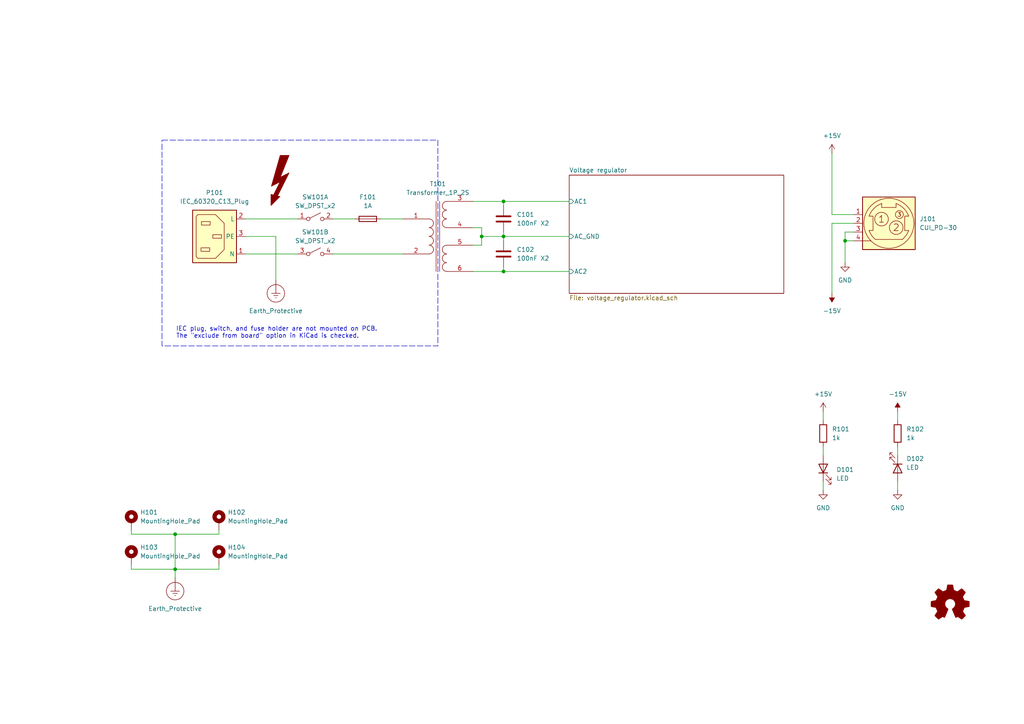
<source format=kicad_sch>
(kicad_sch (version 20231120) (generator "eeschema") (generator_version "8.0")
  (paper "A4")
  (title_block (title "Linear power supply") (date "2024-12-23") (comment 1 "+/- 15V linear power supply") (comment 2 "for use with some audio projects.") (comment 3 "Nothing fancy, just a simple power supply") (comment 4 "Eirik Haustveit, 2024."))
  (lib_symbols
    (symbol "Connector:CUI_PD-30" (pin_names (offset 1.016) hide)
      (property "Reference" "J" (at 0 -8.89 0))
      (property "Value" "CUI_PD-30" (at 0 -10.795 0))
      (symbol "CUI_PD-30_0_1"
        (rectangle (start -7.62 -7.62) (end 7.62 7.62) (stroke (width 0.254)) (fill (type background)))
        (arc (start -5.7404 -2.0828) (mid -5.0018 -3.5032) (end -3.9116 -4.6736))
        (circle (center -2.1336 1.2192) (radius 1.9812))
        (arc (start -2.0828 5.7404) (mid -4.318 4.318) (end -5.7404 2.0828))
        (polyline (pts (xy -7.62 -5.08) (xy -5.1816 -5.08)))
        (polyline (pts (xy -3.9116 -4.6736) (xy 3.9116 -4.6736)))
        (polyline (pts (xy -5.7404 2.0828) (xy -4.5974 2.0828) (xy -4.5974 -2.0828) (xy -5.7404 -2.0828)))
        (polyline (pts (xy 2.0828 5.7404) (xy 2.0828 4.5974) (xy -2.0828 4.5974) (xy -2.0828 5.7404)))
        (polyline (pts (xy 5.7404 -2.0828) (xy 4.5974 -2.0828) (xy 4.5974 2.0828) (xy 5.7404 2.0828)))
        (circle (center 0 0) (radius 7.2644))
        (circle (center 2.1336 -1.2446) (radius 1.9812))
        (circle (center 3.048 2.54) (radius 1.143))
        (arc (start 3.9116 -4.6736) (mid 4.9919 -3.4963) (end 5.7404 -2.0828))
        (arc (start 5.7404 2.0828) (mid 4.318 4.318) (end 2.0828 5.7404))
        (text "1" (at -2.1336 1.2192 0) (effects (font (size 1.9812 1.9812))))
        (text "2" (at 2.1336 -1.2446 0) (effects (font (size 1.9812 1.9812))))
        (text "3" (at 3.048 2.54 0) (effects (font (size 1.143 1.143))))
      )
      (symbol "CUI_PD-30_1_1"
        (pin passive line (at -10.16 2.54 0) (length 2.54) (name "1") (number "1"))
        (pin passive line (at -10.16 0 0) (length 2.54) (name "2") (number "2"))
        (pin passive line (at -10.16 -2.54 0) (length 2.54) (name "3") (number "3"))
        (pin passive line (at -10.16 -5.08 0) (length 2.54) (name "Shield") (number "4"))
      )
    )
    (symbol "Connector:IEC_60320_C13_Plug"
      (property "Reference" "P" (at -5.842 8.636 0))
      (property "Value" "IEC_60320_C13_Plug" (at 0.508 -9.144 0))
      (symbol "IEC_60320_C13_Plug_1_1"
        (rectangle (start -6.35 7.62) (end 6.35 -7.62) (stroke (width 0.254)) (fill (type background)))
        (rectangle (start -3.937 -3.302) (end -1.397 -4.318))
        (rectangle (start -3.81 4.318) (end -1.27 3.302))
        (rectangle (start -0.508 0.508) (end 2.032 -0.508))
        (polyline (pts (xy -4.826 -6.35) (xy -5.334 -5.842) (xy -5.334 5.842) (xy -4.826 6.35) (xy 0.254 6.35) (xy 2.794 3.81) (xy 2.794 -3.81) (xy 0.254 -6.35) (xy -4.826 -6.35)) (fill (type background)))
        (pin power_in line (at 8.89 -5.08 180) (length 2.54) (name "N") (number "1"))
        (pin power_in line (at 8.89 5.08 180) (length 2.54) (name "L") (number "2"))
        (pin bidirectional line (at 8.89 0 180) (length 2.54) (name "PE") (number "3"))
      )
    )
    (symbol "Device:C" (pin_numbers hide) (pin_names (offset 0.254))
      (property "Reference" "C" (at 0.635 2.54 0))
      (property "Value" "C" (at 0.635 -2.54 0))
      (symbol "C_0_1"
        (polyline (pts (xy -2.032 -0.762) (xy 2.032 -0.762)) (stroke (width 0.508)))
        (polyline (pts (xy -2.032 0.762) (xy 2.032 0.762)) (stroke (width 0.508)))
      )
      (symbol "C_1_1"
        (pin passive line (at 0 3.81 270) (length 2.794) (name "~") (number "1"))
        (pin passive line (at 0 -3.81 90) (length 2.794) (name "~") (number "2"))
      )
    )
    (symbol "Device:Fuse" (pin_numbers hide) (pin_names (offset 0))
      (property "Reference" "F" (at 2.032 0 90))
      (property "Value" "Fuse" (at -1.905 0 90))
      (symbol "Fuse_0_1"
        (rectangle (start -0.762 -2.54) (end 0.762 2.54) (stroke (width 0.254)))
        (polyline (pts (xy 0 2.54) (xy 0 -2.54)))
      )
      (symbol "Fuse_1_1"
        (pin passive line (at 0 3.81 270) (length 1.27) (name "~") (number "1"))
        (pin passive line (at 0 -3.81 90) (length 1.27) (name "~") (number "2"))
      )
    )
    (symbol "Device:LED" (pin_numbers hide) (pin_names (offset 1.016) hide)
      (property "Reference" "D" (at 0 2.54 0))
      (property "Value" "LED" (at 0 -2.54 0))
      (symbol "LED_0_1"
        (polyline (pts (xy -1.27 -1.27) (xy -1.27 1.27)) (stroke (width 0.254)))
        (polyline (pts (xy -1.27 0) (xy 1.27 0)))
        (polyline (pts (xy 1.27 -1.27) (xy 1.27 1.27) (xy -1.27 0) (xy 1.27 -1.27)) (stroke (width 0.254)))
        (polyline (pts (xy -3.048 -0.762) (xy -4.572 -2.286) (xy -3.81 -2.286) (xy -4.572 -2.286) (xy -4.572 -1.524)))
        (polyline (pts (xy -1.778 -0.762) (xy -3.302 -2.286) (xy -2.54 -2.286) (xy -3.302 -2.286) (xy -3.302 -1.524)))
      )
      (symbol "LED_1_1"
        (pin passive line (at -3.81 0 0) (length 2.54) (name "K") (number "1"))
        (pin passive line (at 3.81 0 180) (length 2.54) (name "A") (number "2"))
      )
    )
    (symbol "Device:R" (pin_numbers hide) (pin_names (offset 0))
      (property "Reference" "R" (at 2.032 0 90))
      (property "Value" "R" (at 0 0 90))
      (symbol "R_0_1"
        (rectangle (start -1.016 -2.54) (end 1.016 2.54) (stroke (width 0.254)))
      )
      (symbol "R_1_1"
        (pin passive line (at 0 3.81 270) (length 1.27) (name "~") (number "1"))
        (pin passive line (at 0 -3.81 90) (length 1.27) (name "~") (number "2"))
      )
    )
    (symbol "Device:Transformer_1P_2S" (pin_names (offset 1.016) hide)
      (property "Reference" "T" (at 0 12.7 0))
      (property "Value" "Transformer_1P_2S" (at 0 -12.7 0))
      (symbol "Transformer_1P_2S_0_1"
        (arc (start -2.54 -5.0546) (mid -1.6599 -4.6901) (end -1.27 -3.81))
        (arc (start -2.54 -2.5146) (mid -1.6599 -2.1501) (end -1.27 -1.27))
        (arc (start -2.54 0.0254) (mid -1.6599 0.3899) (end -1.27 1.27))
        (arc (start -2.54 2.5654) (mid -1.6599 2.9299) (end -1.27 3.81))
        (arc (start -1.27 -3.81) (mid -1.642 -2.912) (end -2.54 -2.54))
        (arc (start -1.27 -1.27) (mid -1.642 -0.372) (end -2.54 0))
        (arc (start -1.27 1.27) (mid -1.642 2.168) (end -2.54 2.54))
        (arc (start -1.27 3.81) (mid -1.642 4.708) (end -2.54 5.08))
        (polyline (pts (xy -0.508 -10.16) (xy -0.508 10.16)))
        (polyline (pts (xy 0.508 10.16) (xy 0.508 -10.16)))
        (arc (start 1.2954 -8.89) (mid 1.6599 -9.7701) (end 2.54 -10.1346))
        (arc (start 1.2954 -6.35) (mid 1.6599 -7.2301) (end 2.54 -7.5946))
        (arc (start 1.2954 -3.81) (mid 1.6599 -4.6901) (end 2.54 -5.0546))
        (arc (start 1.2954 3.81) (mid 1.6599 2.9299) (end 2.54 2.5654))
        (arc (start 1.2954 6.35) (mid 1.6599 5.4699) (end 2.54 5.1054))
        (arc (start 1.2954 8.89) (mid 1.6599 8.0099) (end 2.54 7.6454))
        (arc (start 2.54 -7.62) (mid 1.642 -7.992) (end 1.2954 -8.89))
        (arc (start 2.54 -5.08) (mid 1.642 -5.452) (end 1.2954 -6.35))
        (arc (start 2.54 -2.54) (mid 1.642 -2.912) (end 1.2954 -3.81))
        (arc (start 2.54 5.08) (mid 1.642 4.708) (end 1.2954 3.81))
        (arc (start 2.54 7.62) (mid 1.642 7.248) (end 1.2954 6.35))
        (arc (start 2.54 10.16) (mid 1.642 9.788) (end 1.2954 8.89))
      )
      (symbol "Transformer_1P_2S_1_1"
        (pin passive line (at -10.16 5.08 0) (length 7.62) (name "AA") (number "1"))
        (pin passive line (at -10.16 -5.08 0) (length 7.62) (name "AB") (number "2"))
        (pin passive line (at 10.16 10.16 180) (length 7.62) (name "SA") (number "3"))
        (pin passive line (at 10.16 2.54 180) (length 7.62) (name "SB") (number "4"))
        (pin passive line (at 10.16 -2.54 180) (length 7.62) (name "SC") (number "5"))
        (pin passive line (at 10.16 -10.16 180) (length 7.62) (name "SD") (number "6"))
      )
    )
    (symbol "Graphic:Logo_Open_Hardware_Small" (in_bom no) (on_board no)
      (symbol "Logo_Open_Hardware_Small_0_1"
        (polyline (pts (xy 3.3528 -4.3434) (xy 3.302 -4.318) (xy 3.175 -4.2418) (xy 2.9972 -4.1148) (xy 2.7686 -3.9624) (xy 2.54 -3.81) (xy 2.3622 -3.7084) (xy 2.2352 -3.6068) (xy 2.1844 -3.5814) (xy 2.159 -3.6068) (xy 2.0574 -3.6576) (xy 1.905 -3.7338) (xy 1.8034 -3.7846) (xy 1.6764 -3.8354) (xy 1.6002 -3.8354) (xy 1.6002 -3.8354) (xy 1.5494 -3.7338) (xy 1.4732 -3.5306) (xy 1.3462 -3.302) (xy 1.2446 -3.0226) (xy 1.1176 -2.7178) (xy 0.9652 -2.413) (xy 0.8636 -2.1082) (xy 0.7366 -1.8288) (xy 0.6604 -1.6256) (xy 0.6096 -1.4732) (xy 0.5842 -1.397) (xy 0.5842 -1.397) (xy 0.6604 -1.3208) (xy 0.7874 -1.2446) (xy 1.0414 -1.016) (xy 1.2954 -0.6858) (xy 1.4478 -0.3302) (xy 1.524 0.0762) (xy 1.4732 0.4572) (xy 1.3208 0.8128) (xy 1.0668 1.143) (xy 0.762 1.3716) (xy 0.4064 1.524) (xy 0 1.5748) (xy -0.381 1.5494) (xy -0.7366 1.397) (xy -1.0668 1.143) (xy -1.2192 0.9906) (xy -1.397 0.6604) (xy -1.524 0.3048) (xy -1.524 0.2286) (xy -1.4986 -0.1778) (xy -1.397 -0.5334) (xy -1.1938 -0.8636) (xy -0.9144 -1.143) (xy -0.8636 -1.1684) (xy -0.7366 -1.27) (xy -0.635 -1.3462) (xy -0.5842 -1.397) (xy -1.0668 -2.5908) (xy -1.143 -2.794) (xy -1.2954 -3.1242) (xy -1.397 -3.4036) (xy -1.4986 -3.6322) (xy -1.5748 -3.7846) (xy -1.6002 -3.8354) (xy -1.6002 -3.8354) (xy -1.651 -3.8354) (xy -1.7272 -3.81) (xy -1.905 -3.7338) (xy -2.0066 -3.683) (xy -2.1336 -3.6068) (xy -2.2098 -3.5814) (xy -2.2606 -3.6068) (xy -2.3622 -3.683) (xy -2.54 -3.81) (xy -2.7686 -3.9624) (xy -2.9718 -4.0894) (xy -3.1496 -4.2164) (xy -3.302 -4.318) (xy -3.3528 -4.3434) (xy -3.3782 -4.3434) (xy -3.429 -4.318) (xy -3.5306 -4.2164) (xy -3.7084 -4.064) (xy -3.937 -3.8354) (xy -3.9624 -3.81) (xy -4.1656 -3.6068) (xy -4.318 -3.4544) (xy -4.4196 -3.3274) (xy -4.445 -3.2766) (xy -4.445 -3.2766) (xy -4.4196 -3.2258) (xy -4.318 -3.0734) (xy -4.2164 -2.8956) (xy -4.064 -2.667) (xy -3.6576 -2.0828) (xy -3.8862 -1.5494) (xy -3.937 -1.3716) (xy -4.0386 -1.1684) (xy -4.0894 -1.0414) (xy -4.1148 -0.9652) (xy -4.191 -0.9398) (xy -4.318 -0.9144) (xy -4.5466 -0.8636) (xy -4.8006 -0.8128) (xy -5.0546 -0.7874) (xy -5.2578 -0.7366) (xy -5.4356 -0.7112) (xy -5.5118 -0.6858) (xy -5.5118 -0.6858) (xy -5.5372 -0.635) (xy -5.5372 -0.5588) (xy -5.5372 -0.4318) (xy -5.5626 -0.2286) (xy -5.5626 0.0762) (xy -5.5626 0.127) (xy -5.5372 0.4064) (xy -5.5372 0.635) (xy -5.5372 0.762) (xy -5.5372 0.8382) (xy -5.5372 0.8382) (xy -5.461 0.8382) (xy -5.3086 0.889) (xy -5.08 0.9144) (xy -4.826 0.9652) (xy -4.8006 0.9906) (xy -4.5466 1.0414) (xy -4.318 1.0668) (xy -4.1656 1.1176) (xy -4.0894 1.143) (xy -4.0894 1.143) (xy -4.0386 1.2446) (xy -3.9624 1.4224) (xy -3.8608 1.6256) (xy -3.7846 1.8288) (xy -3.7084 2.0066) (xy -3.6576 2.159) (xy -3.6322 2.2098) (xy -3.6322 2.2098) (xy -3.683 2.286) (xy -3.7592 2.413) (xy -3.8862 2.5908) (xy -4.064 2.8194) (xy -4.064 2.8448) (xy -4.2164 3.0734) (xy -4.3434 3.2512) (xy -4.4196 3.3782) (xy -4.445 3.4544) (xy -4.445 3.4544) (xy -4.3942 3.5052) (xy -4.2926 3.6322) (xy -4.1148 3.81) (xy -3.937 4.0132) (xy -3.8608 4.064) (xy -3.6576 4.2926) (xy -3.5052 4.4196) (xy -3.4036 4.4958) (xy -3.3528 4.5212) (xy -3.3528 4.5212) (xy -3.302 4.4704) (xy -3.1496 4.3688) (xy -2.9718 4.2418) (xy -2.7432 4.0894) (xy -2.7178 4.0894) (xy -2.4892 3.937) (xy -2.3114 3.81) (xy -2.1844 3.7084) (xy -2.1336 3.683) (xy -2.1082 3.683) (xy -2.032 3.7084) (xy -1.8542 3.7592) (xy -1.6764 3.8354) (xy -1.4732 3.937) (xy -1.27 4.0132) (xy -1.143 4.064) (xy -1.0668 4.1148) (xy -1.0668 4.1148) (xy -1.0414 4.191) (xy -1.016 4.3434) (xy -0.9652 4.572) (xy -0.9144 4.8514) (xy -0.889 4.9022) (xy -0.8382 5.1562) (xy -0.8128 5.3848) (xy -0.7874 5.5372) (xy -0.762 5.588) (xy -0.7112 5.6134) (xy -0.5842 5.6134) (xy -0.4064 5.6134) (xy -0.1524 5.6134) (xy 0.0762 5.6134) (xy 0.3302 5.6134) (xy 0.5334 5.6134) (xy 0.6858 5.588) (xy 0.7366 5.588) (xy 0.7366 5.588) (xy 0.762 5.5118) (xy 0.8128 5.334) (xy 0.8382 5.1054) (xy 0.9144 4.826) (xy 0.9144 4.7752) (xy 0.9652 4.5212) (xy 1.016 4.2926) (xy 1.0414 4.1402) (xy 1.0668 4.0894) (xy 1.0668 4.0894) (xy 1.1938 4.0386) (xy 1.3716 3.9624) (xy 1.5748 3.8608) (xy 2.0828 3.6576) (xy 2.7178 4.0894) (xy 2.7686 4.1402) (xy 2.9972 4.2926) (xy 3.175 4.4196) (xy 3.302 4.4958) (xy 3.3782 4.5212) (xy 3.3782 4.5212) (xy 3.429 4.4704) (xy 3.556 4.3434) (xy 3.7338 4.191) (xy 3.9116 3.9878) (xy 4.064 3.8354) (xy 4.2418 3.6576) (xy 4.3434 3.556) (xy 4.4196 3.4798) (xy 4.4196 3.429) (xy 4.4196 3.4036) (xy 4.3942 3.3274) (xy 4.2926 3.2004) (xy 4.1656 2.9972) (xy 4.0132 2.794) (xy 3.8862 2.5908) (xy 3.7592 2.3876) (xy 3.6576 2.2352) (xy 3.6322 2.159) (xy 3.6322 2.1336) (xy 3.683 2.0066) (xy 3.7592 1.8288) (xy 3.8608 1.6002) (xy 4.064 1.1176) (xy 4.3942 1.0414) (xy 4.5974 1.016) (xy 4.8768 0.9652) (xy 5.1308 0.9144) (xy 5.5372 0.8382) (xy 5.5626 -0.6604) (xy 5.4864 -0.6858) (xy 5.4356 -0.6858) (xy 5.2832 -0.7366) (xy 5.0546 -0.762) (xy 4.8006 -0.8128) (xy 4.5974 -0.8636) (xy 4.3688 -0.9144) (xy 4.2164 -0.9398) (xy 4.1402 -0.9398) (xy 4.1148 -0.9652) (xy 4.064 -1.0668) (xy 3.9878 -1.2446) (xy 3.9116 -1.4478) (xy 3.81 -1.651) (xy 3.7338 -1.8542) (xy 3.683 -2.0066) (xy 3.6576 -2.0828) (xy 3.683 -2.1336) (xy 3.7846 -2.2606) (xy 3.8862 -2.4638) (xy 4.0386 -2.667) (xy 4.191 -2.8956) (xy 4.318 -3.0734) (xy 4.3942 -3.2004) (xy 4.445 -3.2766) (xy 4.4196 -3.3274) (xy 4.3434 -3.429) (xy 4.1656 -3.5814) (xy 3.937 -3.8354) (xy 3.8862 -3.8608) (xy 3.683 -4.064) (xy 3.5306 -4.2164) (xy 3.4036 -4.318) (xy 3.3528 -4.3434)) (fill (type outline)))
      )
    )
    (symbol "Graphic:SYM_Flash_XLarge" (in_bom no) (on_board no)
      (symbol "SYM_Flash_XLarge_0_1"
        (polyline (pts (xy -0.127 -3.683) (xy -2.667 -3.048) (xy -2.667 -6.223) (xy -0.127 -3.683)) (stroke (width 0.2032)) (fill (type outline)))
        (polyline (pts (xy 0 8.255) (xy 1.27 8.255) (xy 2.54 8.255) (xy 0 1.905) (xy 2.54 3.175) (xy -1.27 -4.445) (xy -2.54 -4.445) (xy 0 0.635) (xy -2.54 -0.635) (xy 0 8.255)) (stroke (width 0.2032)) (fill (type outline)))
      )
    )
    (symbol "Mechanical:MountingHole_Pad" (pin_numbers hide) (pin_names (offset 1.016) hide) (exclude_from_sim yes) (in_bom no)
      (property "Reference" "H" (at 0 6.35 0))
      (property "Value" "MountingHole_Pad" (at 0 4.445 0))
      (symbol "MountingHole_Pad_0_1"
        (circle (center 0 1.27) (radius 1.27) (stroke (width 1.27)))
      )
      (symbol "MountingHole_Pad_1_1"
        (pin input line (at 0 -2.54 90) (length 2.54) (name "1") (number "1"))
      )
    )
    (symbol "Switch:SW_DPST_x2" (pin_names (offset 0) hide)
      (property "Reference" "SW" (at 0 3.175 0))
      (property "Value" "SW_DPST_x2" (at 0 -2.54 0))
      (symbol "SW_DPST_x2_0_0"
        (circle (center -2.032 0) (radius 0.508))
        (polyline (pts (xy -1.524 0.254) (xy 1.524 1.778)))
        (circle (center 2.032 0) (radius 0.508))
      )
      (symbol "SW_DPST_x2_1_1"
        (pin passive line (at -5.08 0 0) (length 2.54) (name "A") (number "1"))
        (pin passive line (at 5.08 0 180) (length 2.54) (name "B") (number "2"))
      )
      (symbol "SW_DPST_x2_2_1"
        (pin passive line (at -5.08 0 0) (length 2.54) (name "A") (number "3"))
        (pin passive line (at 5.08 0 180) (length 2.54) (name "B") (number "4"))
      )
    )
    (symbol "power:+15V" (power) (pin_numbers hide) (pin_names (offset 0) hide)
      (property "Value" "+15V" (at 0 3.556 0))
      (symbol "+15V_0_1"
        (polyline (pts (xy -0.762 1.27) (xy 0 2.54)))
        (polyline (pts (xy 0 0) (xy 0 2.54)))
        (polyline (pts (xy 0 2.54) (xy 0.762 1.27)))
      )
      (symbol "+15V_1_1"
        (pin power_in line (at 0 0 90) (length 0) (name "~") (number "1"))
      )
    )
    (symbol "power:-15V" (power) (pin_numbers hide) (pin_names (offset 0) hide)
      (property "Value" "-15V" (at 0 3.556 0))
      (symbol "-15V_0_0"
        (pin power_in line (at 0 0 90) (length 0) (name "~") (number "1"))
      )
      (symbol "-15V_0_1"
        (polyline (pts (xy 0 0) (xy 0 1.27) (xy 0.762 1.27) (xy 0 2.54) (xy -0.762 1.27) (xy 0 1.27)) (fill (type outline)))
      )
    )
    (symbol "power:Earth_Protective" (power) (pin_numbers hide) (pin_names (offset 0) hide)
      (property "Value" "Earth_Protective" (at 0 -7.62 0))
      (symbol "Earth_Protective_0_1"
        (circle (center 0 -3.81) (radius 2.54))
        (polyline (pts (xy -0.635 -4.445) (xy 0.635 -4.445)))
        (polyline (pts (xy -0.127 -5.08) (xy 0.127 -5.08)))
        (polyline (pts (xy 0 -3.81) (xy 0 0)))
        (polyline (pts (xy 1.27 -3.81) (xy -1.27 -3.81)))
      )
      (symbol "Earth_Protective_1_1"
        (pin power_in line (at 0 0 270) (length 0) (name "~") (number "1"))
      )
    )
    (symbol "power:GND" (power) (pin_numbers hide) (pin_names (offset 0) hide)
      (property "Value" "GND" (at 0 -3.81 0))
      (symbol "GND_0_1"
        (polyline (pts (xy 0 0) (xy 0 -1.27) (xy 1.27 -1.27) (xy 0 -2.54) (xy -1.27 -1.27) (xy 0 -1.27)))
      )
      (symbol "GND_1_1"
        (pin power_in line (at 0 0 270) (length 0) (name "~") (number "1"))
      )
    )
  )
  (junction (at 50.8 165.1))
  (junction (at 245.11 69.85))
  (junction (at 146.05 58.42))
  (junction (at 146.05 78.74))
  (junction (at 139.7 68.58))
  (junction (at 146.05 68.58))
  (junction (at 50.8 154.94))
  (wire (pts (xy 260.35 119.38) (xy 260.35 121.92)))
  (wire (pts (xy 63.5 165.1) (xy 63.5 163.83)))
  (wire (pts (xy 146.05 68.58) (xy 146.05 69.85)))
  (wire (pts (xy 241.3 64.77) (xy 241.3 85.09)))
  (wire (pts (xy 241.3 64.77) (xy 247.65 64.77)))
  (wire (pts (xy 146.05 77.47) (xy 146.05 78.74)))
  (wire (pts (xy 96.52 63.5) (xy 102.87 63.5)))
  (wire (pts (xy 137.16 71.12) (xy 139.7 71.12)))
  (wire (pts (xy 139.7 68.58) (xy 139.7 66.04)))
  (wire (pts (xy 63.5 153.67) (xy 63.5 154.94)))
  (wire (pts (xy 38.1 165.1) (xy 50.8 165.1)))
  (wire (pts (xy 247.65 67.31) (xy 245.11 67.31)))
  (wire (pts (xy 247.65 62.23) (xy 241.3 62.23)))
  (wire (pts (xy 50.8 154.94) (xy 50.8 165.1)))
  (wire (pts (xy 245.11 69.85) (xy 247.65 69.85)))
  (wire (pts (xy 146.05 67.31) (xy 146.05 68.58)))
  (wire (pts (xy 146.05 78.74) (xy 165.1 78.74)))
  (wire (pts (xy 241.3 44.45) (xy 241.3 62.23)))
  (wire (pts (xy 137.16 58.42) (xy 146.05 58.42)))
  (wire (pts (xy 238.76 139.7) (xy 238.76 142.24)))
  (wire (pts (xy 50.8 154.94) (xy 63.5 154.94)))
  (wire (pts (xy 71.12 73.66) (xy 86.36 73.66)))
  (wire (pts (xy 245.11 67.31) (xy 245.11 69.85)))
  (wire (pts (xy 96.52 73.66) (xy 116.84 73.66)))
  (wire (pts (xy 71.12 63.5) (xy 86.36 63.5)))
  (wire (pts (xy 139.7 68.58) (xy 146.05 68.58)))
  (wire (pts (xy 260.35 139.7) (xy 260.35 142.24)))
  (wire (pts (xy 110.49 63.5) (xy 116.84 63.5)))
  (wire (pts (xy 146.05 68.58) (xy 165.1 68.58)))
  (wire (pts (xy 80.01 68.58) (xy 80.01 81.28)))
  (wire (pts (xy 38.1 154.94) (xy 50.8 154.94)))
  (wire (pts (xy 38.1 163.83) (xy 38.1 165.1)))
  (wire (pts (xy 50.8 165.1) (xy 50.8 167.64)))
  (wire (pts (xy 260.35 129.54) (xy 260.35 132.08)))
  (wire (pts (xy 146.05 58.42) (xy 165.1 58.42)))
  (wire (pts (xy 245.11 69.85) (xy 245.11 76.2)))
  (wire (pts (xy 137.16 78.74) (xy 146.05 78.74)))
  (wire (pts (xy 146.05 58.42) (xy 146.05 59.69)))
  (wire (pts (xy 71.12 68.58) (xy 80.01 68.58)))
  (wire (pts (xy 50.8 165.1) (xy 63.5 165.1)))
  (wire (pts (xy 238.76 129.54) (xy 238.76 132.08)))
  (wire (pts (xy 238.76 119.38) (xy 238.76 121.92)))
  (wire (pts (xy 38.1 154.94) (xy 38.1 153.67)))
  (wire (pts (xy 139.7 66.04) (xy 137.16 66.04)))
  (wire (pts (xy 139.7 71.12) (xy 139.7 68.58)))
  (rectangle (start 46.99 40.64) (end 127 100.33) (stroke (width 0) (type dash)))
  (text "IEC plug, switch, and fuse holder are not mounted on PCB.\nThe \"exclude from board\" option in KiCad is checked." (at 51.054 96.52 0) (effects (font (size 1.27 1.27)) (justify left)))
  (symbol (lib_id "Connector:IEC_60320_C13_Plug") (at 62.23 68.58 0) (unit 1) (on_board no)
    (property "Reference" "P101" (at 62.23 55.88 0))
    (property "Value" "IEC_60320_C13_Plug" (at 62.23 58.42 0))
    (property "Description" "C13 Plug, 10A max" (effects (hide yes)))
  )
  (symbol (lib_id "power:-15V") (at 260.35 119.38 0) (unit 1)
    (property "Reference" "#PWR0107" (effects (hide yes)))
    (property "Value" "-15V" (at 260.35 114.3 0))
    (property "Description" "Power symbol creates a global label with name \"-15V\"" (effects (hide yes)))
  )
  (symbol (lib_id "Graphic:SYM_Flash_XLarge") (at 81.28 53.34 0) (unit 1) (exclude_from_sim yes) (in_bom no) (on_board no)
    (property "Reference" "#SYM102" (effects (hide yes)))
    (property "Value" "SYM_Flash_XLarge" (effects (hide yes)))
    (property "Description" "Flash symbol, extra large" (effects (hide yes)))
  )
  (symbol (lib_id "Device:R") (at 238.76 125.73 0) (unit 1)
    (property "Reference" "R101" (at 241.3 124.4599 0) (effects (justify left)))
    (property "Value" "1k" (at 241.3 126.9999 0) (effects (justify left)))
    (property "Footprint" "Resistor_THT:R_Axial_DIN0207_L6.3mm_D2.5mm_P10.16mm_Horizontal" (effects (hide yes)))
    (property "Description" "Resistor" (effects (hide yes)))
  )
  (symbol (lib_id "Switch:SW_DPST_x2") (at 91.44 63.5 0) (unit 1) (on_board no)
    (property "Reference" "SW101" (at 91.44 57.15 0))
    (property "Value" "SW_DPST_x2" (at 91.44 59.69 0))
    (property "Description" "Single Pole Single Throw (SPST) switch, separate symbol" (effects (hide yes)))
  )
  (symbol (lib_id "Device:C") (at 146.05 63.5 0) (unit 1)
    (property "Reference" "C101" (at 149.86 62.2299 0) (effects (justify left)))
    (property "Value" "100nF X2" (at 149.86 64.7699 0) (effects (justify left)))
    (property "Footprint" "Capacitor_THT:C_Axial_L19.0mm_D7.5mm_P25.00mm_Horizontal" (effects (hide yes)))
    (property "Description" "Unpolarized capacitor" (effects (hide yes)))
  )
  (symbol (lib_id "power:GND") (at 260.35 142.24 0) (unit 1)
    (property "Reference" "#PWR0108" (effects (hide yes)))
    (property "Value" "GND" (at 260.35 147.32 0))
    (property "Description" "Power symbol creates a global label with name \"GND\" , ground" (effects (hide yes)))
  )
  (symbol (lib_id "Mechanical:MountingHole_Pad") (at 63.5 161.29 0) (unit 1) (exclude_from_sim yes) (in_bom no)
    (property "Reference" "H104" (at 66.04 158.7499 0) (effects (justify left)))
    (property "Value" "MountingHole_Pad" (at 66.04 161.2899 0) (effects (justify left)))
    (property "Footprint" "MountingHole:MountingHole_4mm_Pad_TopBottom" (effects (hide yes)))
    (property "Description" "Mounting Hole with connection" (effects (hide yes)))
  )
  (symbol (lib_id "power:+15V") (at 241.3 44.45 0) (unit 1)
    (property "Reference" "#PWR0102" (effects (hide yes)))
    (property "Value" "+15V" (at 241.3 39.37 0))
    (property "Description" "Power symbol creates a global label with name \"+15V\"" (effects (hide yes)))
  )
  (symbol (lib_id "power:Earth_Protective") (at 80.01 81.28 0) (unit 1)
    (property "Reference" "#PWR0101" (effects (hide yes)))
    (property "Value" "Earth_Protective" (at 80.01 90.17 0))
    (property "Description" "Power symbol creates a global label with name \"Earth_Protective\"" (effects (hide yes)))
  )
  (symbol (lib_id "Device:Fuse") (at 106.68 63.5 90) (unit 1) (on_board no)
    (property "Reference" "F101" (at 106.68 57.15 90))
    (property "Value" "1A" (at 106.68 59.69 90))
    (property "Description" "Fuse" (effects (hide yes)))
  )
  (symbol (lib_id "Mechanical:MountingHole_Pad") (at 38.1 161.29 0) (unit 1) (exclude_from_sim yes) (in_bom no)
    (property "Reference" "H103" (at 40.64 158.7499 0) (effects (justify left)))
    (property "Value" "MountingHole_Pad" (at 40.64 161.2899 0) (effects (justify left)))
    (property "Footprint" "MountingHole:MountingHole_4mm_Pad_TopBottom" (effects (hide yes)))
    (property "Description" "Mounting Hole with connection" (effects (hide yes)))
  )
  (symbol (lib_id "Mechanical:MountingHole_Pad") (at 63.5 151.13 0) (unit 1) (exclude_from_sim yes) (in_bom no)
    (property "Reference" "H102" (at 66.04 148.5899 0) (effects (justify left)))
    (property "Value" "MountingHole_Pad" (at 66.04 151.1299 0) (effects (justify left)))
    (property "Footprint" "MountingHole:MountingHole_4mm_Pad_TopBottom" (effects (hide yes)))
    (property "Description" "Mounting Hole with connection" (effects (hide yes)))
  )
  (symbol (lib_id "Device:Transformer_1P_2S") (at 127 68.58 0) (unit 1)
    (property "Reference" "T101" (at 127 53.34 0))
    (property "Value" "Transformer_1P_2S" (at 127 55.88 0))
    (property "Footprint" "Toroidal transformers:ToroidalTransformer 30VA" (effects (hide yes)))
    (property "Description" "Transformer, single primary, dual secondary" (effects (hide yes)))
  )
  (symbol (lib_id "power:Earth_Protective") (at 50.8 167.64 0) (unit 1)
    (property "Reference" "#PWR0109" (effects (hide yes)))
    (property "Value" "Earth_Protective" (at 50.8 176.53 0))
    (property "Description" "Power symbol creates a global label with name \"Earth_Protective\"" (effects (hide yes)))
  )
  (symbol (lib_id "power:GND") (at 245.11 76.2 0) (unit 1)
    (property "Reference" "#PWR0104" (effects (hide yes)))
    (property "Value" "GND" (at 245.11 81.28 0))
    (property "Description" "Power symbol creates a global label with name \"GND\" , ground" (effects (hide yes)))
  )
  (symbol (lib_id "Connector:CUI_PD-30") (at 257.81 64.77 0) (unit 1)
    (property "Reference" "J101" (at 266.7 63.4999 0) (effects (justify left)))
    (property "Value" "CUI_PD-30" (at 266.7 66.0399 0) (effects (justify left)))
    (property "Footprint" "Connector:CUI_PD-30" (effects (hide yes)))
    (property "Datasheet" "http://www.cui.com/product/resource/pd-30.pdf" (effects (hide yes)))
    (property "Description" "3 pin connector, PD-30" (effects (hide yes)))
  )
  (symbol (lib_id "Switch:SW_DPST_x2") (at 91.44 73.66 0) (unit 2) (on_board no)
    (property "Reference" "SW101" (at 91.44 67.31 0))
    (property "Value" "SW_DPST_x2" (at 91.44 69.85 0))
    (property "Description" "Single Pole Single Throw (SPST) switch, separate symbol" (effects (hide yes)))
  )
  (symbol (lib_id "Mechanical:MountingHole_Pad") (at 38.1 151.13 0) (unit 1) (exclude_from_sim yes) (in_bom no)
    (property "Reference" "H101" (at 40.64 148.5899 0) (effects (justify left)))
    (property "Value" "MountingHole_Pad" (at 40.64 151.1299 0) (effects (justify left)))
    (property "Footprint" "MountingHole:MountingHole_4mm_Pad_TopBottom" (effects (hide yes)))
    (property "Description" "Mounting Hole with connection" (effects (hide yes)))
  )
  (symbol (lib_id "Device:C") (at 146.05 73.66 0) (unit 1)
    (property "Reference" "C102" (at 149.86 72.3899 0) (effects (justify left)))
    (property "Value" "100nF X2" (at 149.86 74.9299 0) (effects (justify left)))
    (property "Footprint" "Capacitor_THT:C_Axial_L19.0mm_D7.5mm_P25.00mm_Horizontal" (effects (hide yes)))
    (property "Description" "Unpolarized capacitor" (effects (hide yes)))
  )
  (symbol (lib_id "Device:LED") (at 238.76 135.89 90) (unit 1)
    (property "Reference" "D101" (at 242.57 136.2074 90) (effects (justify right)))
    (property "Value" "LED" (at 242.57 138.7474 90) (effects (justify right)))
    (property "Footprint" "LED_THT:LED_D5.0mm_Horizontal_O3.81mm_Z3.0mm" (effects (hide yes)))
    (property "Description" "Light emitting diode" (effects (hide yes)))
  )
  (symbol (lib_id "Device:R") (at 260.35 125.73 0) (unit 1)
    (property "Reference" "R102" (at 262.89 124.4599 0) (effects (justify left)))
    (property "Value" "1k" (at 262.89 126.9999 0) (effects (justify left)))
    (property "Footprint" "Resistor_THT:R_Axial_DIN0207_L6.3mm_D2.5mm_P10.16mm_Horizontal" (effects (hide yes)))
    (property "Description" "Resistor" (effects (hide yes)))
  )
  (symbol (lib_id "power:+15V") (at 238.76 119.38 0) (unit 1)
    (property "Reference" "#PWR0105" (effects (hide yes)))
    (property "Value" "+15V" (at 238.76 114.3 0))
    (property "Description" "Power symbol creates a global label with name \"+15V\"" (effects (hide yes)))
  )
  (symbol (lib_id "Device:LED") (at 260.35 135.89 270) (unit 1)
    (property "Reference" "D102" (at 262.89 133.0324 90) (effects (justify left)))
    (property "Value" "LED" (at 262.89 135.5724 90) (effects (justify left)))
    (property "Footprint" "LED_THT:LED_D5.0mm_Horizontal_O3.81mm_Z3.0mm" (effects (hide yes)))
    (property "Description" "Light emitting diode" (effects (hide yes)))
  )
  (symbol (lib_id "Graphic:Logo_Open_Hardware_Small") (at 275.59 175.26 0) (unit 1) (exclude_from_sim yes) (in_bom no) (on_board no)
    (property "Reference" "#SYM103" (effects (hide yes)))
    (property "Value" "Logo_Open_Hardware_Small" (effects (hide yes)))
    (property "Description" "Open Hardware logo, small" (effects (hide yes)))
  )
  (symbol (lib_id "power:GND") (at 238.76 142.24 0) (unit 1)
    (property "Reference" "#PWR0106" (effects (hide yes)))
    (property "Value" "GND" (at 238.76 147.32 0))
    (property "Description" "Power symbol creates a global label with name \"GND\" , ground" (effects (hide yes)))
  )
  (symbol (lib_id "power:-15V") (at 241.3 85.09 180) (unit 1)
    (property "Reference" "#PWR0103" (effects (hide yes)))
    (property "Value" "-15V" (at 241.3 90.17 0))
    (property "Description" "Power symbol creates a global label with name \"-15V\"" (effects (hide yes)))
  )
  (sheet (at 165.1 50.8) (size 62.23 34.29) (stroke (width 0.1524))
    (property "Sheetname" "Voltage regulator" (at 165.1 50.0884 0) (effects (justify left bottom)))
    (property "Sheetfile" "voltage_regulator.kicad_sch" (at 165.1 85.6746 0) (effects (justify left top)))
    (pin "AC1" input (at 165.1 58.42 180))
    (pin "AC2" input (at 165.1 78.74 180))
    (pin "AC_GND" input (at 165.1 68.58 180))
  )
)
</source>
